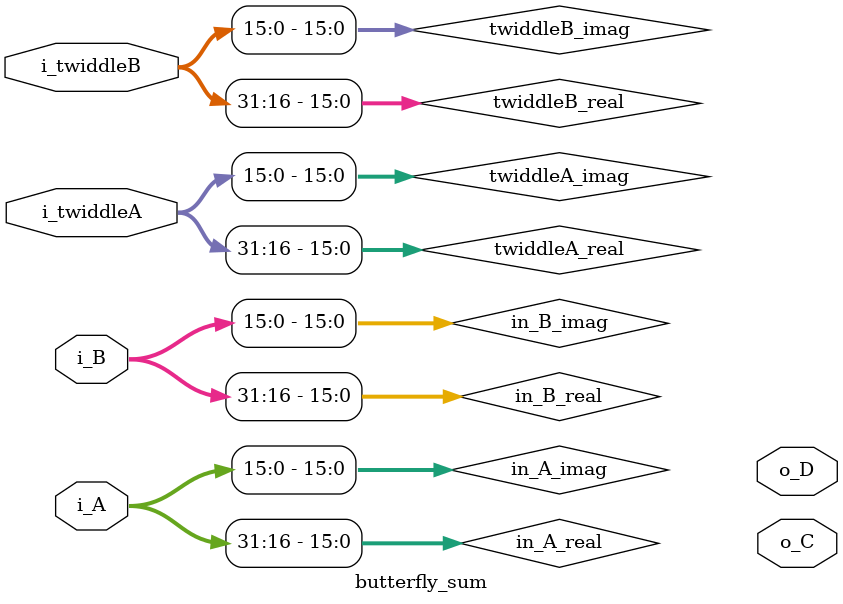
<source format=v>
module butterfly_sum 
    (
        i_A,
        i_B,
        i_twiddleA,
        i_twiddleB,
        o_C,
        o_D
    );

    // Port declarations
    input wire  [31:0] i_A, i_B, i_twiddleA, i_twiddleB;
    output wire [31:0] o_C, o_D;

    // Useful Parameters
    parameter WORD_MID = 16;
    parameter WORD_SZ = 32; 

    // Internal wires for aiding in complex math
    wire [WORD_MID-1:0] in_A_real = i_A[WORD_SZ-1:WORD_MID];
    wire [WORD_MID-1:0] in_B_real = i_B[WORD_SZ-1:WORD_MID];
    wire [WORD_MID-1:0] in_A_imag = i_A[WORD_MID-1:0];
    wire [WORD_MID-1:0] in_B_imag = i_B[WORD_MID-1:0];
    wire [WORD_MID-1:0] twiddleA_real = i_twiddleA[WORD_SZ-1:WORD_MID];
    wire [WORD_MID-1:0] twiddleA_imag = i_twiddleA[WORD_MID-1:0];
    wire [WORD_MID-1:0] twiddleB_real = i_twiddleB[WORD_SZ-1:WORD_MID];
    wire [WORD_MID-1:0] twiddleB_imag = i_twiddleB[WORD_MID-1:0];

    wire [WORD_MID-1:0] out_C_real, out_C_imag, out_D_real, out_D_imag;

    /** Complex Multiplication **/ 
    // For rising butterfly sum (A + B * W1_0)
    wire twiddleA_real_complement = (~twiddleA_real) + 16'd1;
    wire [WORD_MID-1:0] complex_mult_A_real = twiddleA_real * (in_B_real + in_B_imag) + twiddleA_imag * (in_B_real - in_B_imag);
    wire [WORD_MID-1:0] complex_mult_A_imag = twiddleA_real_complement * (in_B_real - in_B_imag) + twiddleA_imag * (in_B_real + in_B_imag);

    // For falling butterfly sum (A + B * W1_1)
    wire twiddleB_real_complement = (~twiddleA_real) + 16'd1;
    wire [WORD_MID-1:0] complex_mult_B_real = twiddleB_real * (in_B_real - in_B_imag) + twiddleB_imag * (in_B_real + in_B_imag);
    wire [WORD_MID-1:0] complex_mult_B_imag = twiddleB_real_complement * (in_B_real - in_B_imag) + twiddleB_imag * (in_B_real + in_B_imag);

    /** Complex Addition for final step **/
    assign out_C_real = in_A_real + complex_mult_A_real;
    assign out_C_imag = in_A_imag + complex_mult_A_imag;

    assign out_D_real = in_A_real + complex_mult_B_real;
    assign out_D_imag = in_A_imag + complex_mult_B_imag;

    /** Finally Direct Back to the Output Ports **/
    assign out_C = {out_C_real, out_C_imag};
    assign out_D = {out_D_real, out_D_imag};

endmodule

</source>
